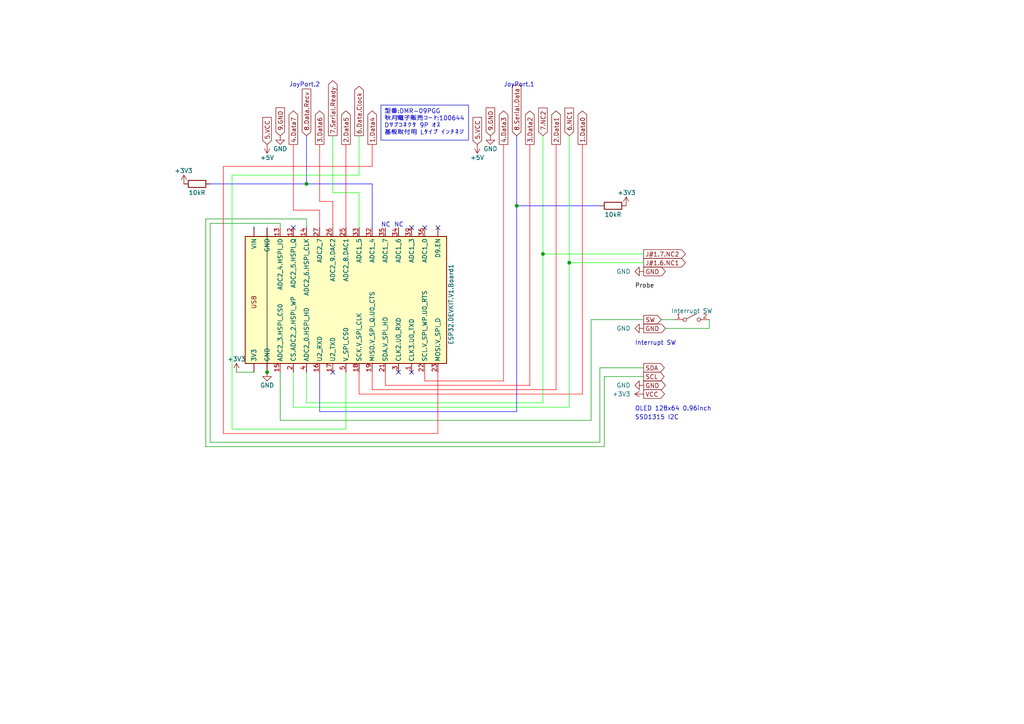
<source format=kicad_sch>
(kicad_sch (version 20230121) (generator eeschema)

  (uuid 588d20da-3f51-4807-a619-21fdfe47544f)

  (paper "A4")

  (lib_symbols
    (symbol "Device:R" (pin_numbers hide) (pin_names (offset 0)) (in_bom yes) (on_board yes)
      (property "Reference" "R" (at 2.032 0 90)
        (effects (font (size 1.27 1.27)))
      )
      (property "Value" "R" (at 0 0 90)
        (effects (font (size 1.27 1.27)))
      )
      (property "Footprint" "" (at -1.778 0 90)
        (effects (font (size 1.27 1.27)) hide)
      )
      (property "Datasheet" "~" (at 0 0 0)
        (effects (font (size 1.27 1.27)) hide)
      )
      (property "ki_keywords" "R res resistor" (at 0 0 0)
        (effects (font (size 1.27 1.27)) hide)
      )
      (property "ki_description" "Resistor" (at 0 0 0)
        (effects (font (size 1.27 1.27)) hide)
      )
      (property "ki_fp_filters" "R_*" (at 0 0 0)
        (effects (font (size 1.27 1.27)) hide)
      )
      (symbol "R_0_1"
        (rectangle (start -1.016 -2.54) (end 1.016 2.54)
          (stroke (width 0.254) (type default))
          (fill (type none))
        )
      )
      (symbol "R_1_1"
        (pin passive line (at 0 3.81 270) (length 1.27)
          (name "~" (effects (font (size 1.27 1.27))))
          (number "1" (effects (font (size 1.27 1.27))))
        )
        (pin passive line (at 0 -3.81 90) (length 1.27)
          (name "~" (effects (font (size 1.27 1.27))))
          (number "2" (effects (font (size 1.27 1.27))))
        )
      )
    )
    (symbol "ESP32_Dev.Board_1" (in_bom yes) (on_board yes)
      (property "Reference" "ESP32.DEVKIT.V1.Board1" (at 0.635 19.05 0)
        (effects (font (size 1.27 1.27)))
      )
      (property "Value" "~" (at -21.59 -38.1 0)
        (effects (font (size 1.27 1.27)))
      )
      (property "Footprint" "" (at -21.59 -38.1 0)
        (effects (font (size 1.27 1.27)) hide)
      )
      (property "Datasheet" "" (at -21.59 -38.1 0)
        (effects (font (size 1.27 1.27)) hide)
      )
      (symbol "ESP32_Dev.Board_1_1_0"
        (pin input line (at -21.59 11.43 0) (length 2.54)
          (name "ADC1_0" (effects (font (size 1.27 1.27))))
          (number "36" (effects (font (size 1.27 1.27))))
        )
      )
      (symbol "ESP32_Dev.Board_1_1_1"
        (rectangle (start -19.05 17.78) (end 17.78 -40.64)
          (stroke (width 0.254) (type default))
          (fill (type background))
        )
        (text "USB" (at 0 -38.1 0)
          (effects (font (size 1.27 1.27)))
        )
        (pin power_out line (at 20.32 -38.1 180) (length 2.54)
          (name "3V3" (effects (font (size 1.27 1.27))))
          (number "" (effects (font (size 1.27 1.27))))
        )
        (pin input line (at -21.59 15.24 0) (length 2.54)
          (name "D9.EN" (effects (font (size 1.27 1.27))))
          (number "" (effects (font (size 1.27 1.27))))
        )
        (pin power_out line (at -21.59 -34.29 0) (length 2.54)
          (name "GND" (effects (font (size 1.27 1.27))))
          (number "" (effects (font (size 1.27 1.27))))
        )
        (pin power_out line (at 20.32 -34.29 180) (length 2.54)
          (name "GND" (effects (font (size 1.27 1.27))))
          (number "" (effects (font (size 1.27 1.27))))
        )
        (pin power_in line (at -21.59 -38.1 0) (length 2.54)
          (name "VIN" (effects (font (size 1.27 1.27))))
          (number "" (effects (font (size 1.27 1.27))))
        )
        (pin bidirectional line (at 20.32 7.62 180) (length 2.54)
          (name "CLK3.U0_TXD" (effects (font (size 1.27 1.27))))
          (number "1" (effects (font (size 1.27 1.27))))
        )
        (pin bidirectional line (at -21.59 -26.67 0) (length 2.54)
          (name "ADC2_5.HSPI_Q" (effects (font (size 1.27 1.27))))
          (number "12" (effects (font (size 1.27 1.27))))
        )
        (pin bidirectional line (at -21.59 -30.48 0) (length 2.54)
          (name "ADC2_4.HSPI_ID" (effects (font (size 1.27 1.27))))
          (number "13" (effects (font (size 1.27 1.27))))
        )
        (pin bidirectional line (at -21.59 -22.86 0) (length 2.54)
          (name "ADC2_6.HSPI_CLK" (effects (font (size 1.27 1.27))))
          (number "14" (effects (font (size 1.27 1.27))))
        )
        (pin bidirectional line (at 20.32 -30.48 180) (length 2.54)
          (name "ADC2_3.HSPI_CS0" (effects (font (size 1.27 1.27))))
          (number "15" (effects (font (size 1.27 1.27))))
        )
        (pin bidirectional line (at 20.32 -19.05 180) (length 2.54)
          (name "U2_RXD" (effects (font (size 1.27 1.27))))
          (number "16" (effects (font (size 1.27 1.27))))
        )
        (pin bidirectional line (at 20.32 -15.24 180) (length 2.54)
          (name "U2_TXD" (effects (font (size 1.27 1.27))))
          (number "17" (effects (font (size 1.27 1.27))))
        )
        (pin bidirectional line (at 20.32 -7.62 180) (length 2.54)
          (name "SCK.V_SPI_CLK" (effects (font (size 1.27 1.27))))
          (number "18" (effects (font (size 1.27 1.27))))
        )
        (pin bidirectional line (at 20.32 -3.81 180) (length 2.54)
          (name "MISO.V_SPI_Q.U0_CTS" (effects (font (size 1.27 1.27))))
          (number "19" (effects (font (size 1.27 1.27))))
        )
        (pin bidirectional line (at 20.32 -26.67 180) (length 2.54)
          (name "CS.ADC2_2.HSPI_WP" (effects (font (size 1.27 1.27))))
          (number "2" (effects (font (size 1.27 1.27))))
        )
        (pin bidirectional line (at 20.32 0 180) (length 2.54)
          (name "SDA.V_SPI_HD" (effects (font (size 1.27 1.27))))
          (number "21" (effects (font (size 1.27 1.27))))
        )
        (pin bidirectional line (at 20.32 11.43 180) (length 2.54)
          (name "SCL.V_SPI_WP.U0_RTS" (effects (font (size 1.27 1.27))))
          (number "22" (effects (font (size 1.27 1.27))))
        )
        (pin bidirectional line (at 20.32 15.24 180) (length 2.54)
          (name "MOSI.V_SPI_D" (effects (font (size 1.27 1.27))))
          (number "23" (effects (font (size 1.27 1.27))))
        )
        (pin bidirectional line (at -21.59 -11.43 0) (length 2.54)
          (name "ADC2_8.DAC1" (effects (font (size 1.27 1.27))))
          (number "25" (effects (font (size 1.27 1.27))))
        )
        (pin bidirectional line (at -21.59 -15.24 0) (length 2.54)
          (name "ADC2_9.DAC2" (effects (font (size 1.27 1.27))))
          (number "26" (effects (font (size 1.27 1.27))))
        )
        (pin bidirectional line (at -21.59 -19.05 0) (length 2.54)
          (name "ADC2_7" (effects (font (size 1.27 1.27))))
          (number "27" (effects (font (size 1.27 1.27))))
        )
        (pin bidirectional line (at 20.32 3.81 180) (length 2.54)
          (name "CLK2.U0_RXD" (effects (font (size 1.27 1.27))))
          (number "3" (effects (font (size 1.27 1.27))))
        )
        (pin bidirectional line (at -21.59 -3.81 0) (length 2.54)
          (name "ADC1_4" (effects (font (size 1.27 1.27))))
          (number "32" (effects (font (size 1.27 1.27))))
        )
        (pin bidirectional line (at -21.59 -7.62 0) (length 2.54)
          (name "ADC1_5" (effects (font (size 1.27 1.27))))
          (number "33" (effects (font (size 1.27 1.27))))
        )
        (pin input line (at -21.59 3.81 0) (length 2.54)
          (name "ADC1_6" (effects (font (size 1.27 1.27))))
          (number "34" (effects (font (size 1.27 1.27))))
        )
        (pin input line (at -21.59 0 0) (length 2.54)
          (name "ADC1_7" (effects (font (size 1.27 1.27))))
          (number "35" (effects (font (size 1.27 1.27))))
        )
        (pin input line (at -21.59 7.62 0) (length 2.54)
          (name "ADC1_3" (effects (font (size 1.27 1.27))))
          (number "39" (effects (font (size 1.27 1.27))))
        )
        (pin bidirectional line (at 20.32 -22.86 180) (length 2.54)
          (name "ADC2_0.HSPI_HD" (effects (font (size 1.27 1.27))))
          (number "4" (effects (font (size 1.27 1.27))))
        )
        (pin bidirectional line (at 20.32 -11.43 180) (length 2.54)
          (name "V_SPI_CS0" (effects (font (size 1.27 1.27))))
          (number "5" (effects (font (size 1.27 1.27))))
        )
      )
    )
    (symbol "Switch:SW_DPST_x2" (pin_names (offset 0) hide) (in_bom yes) (on_board yes)
      (property "Reference" "SW" (at 0 3.175 0)
        (effects (font (size 1.27 1.27)))
      )
      (property "Value" "SW_DPST_x2" (at 0 -2.54 0)
        (effects (font (size 1.27 1.27)))
      )
      (property "Footprint" "" (at 0 0 0)
        (effects (font (size 1.27 1.27)) hide)
      )
      (property "Datasheet" "~" (at 0 0 0)
        (effects (font (size 1.27 1.27)) hide)
      )
      (property "ki_keywords" "switch lever" (at 0 0 0)
        (effects (font (size 1.27 1.27)) hide)
      )
      (property "ki_description" "Single Pole Single Throw (SPST) switch, separate symbol" (at 0 0 0)
        (effects (font (size 1.27 1.27)) hide)
      )
      (symbol "SW_DPST_x2_0_0"
        (circle (center -2.032 0) (radius 0.508)
          (stroke (width 0) (type default))
          (fill (type none))
        )
        (polyline
          (pts
            (xy -1.524 0.254)
            (xy 1.524 1.778)
          )
          (stroke (width 0) (type default))
          (fill (type none))
        )
        (circle (center 2.032 0) (radius 0.508)
          (stroke (width 0) (type default))
          (fill (type none))
        )
      )
      (symbol "SW_DPST_x2_1_1"
        (pin passive line (at -5.08 0 0) (length 2.54)
          (name "A" (effects (font (size 1.27 1.27))))
          (number "1" (effects (font (size 1.27 1.27))))
        )
        (pin passive line (at 5.08 0 180) (length 2.54)
          (name "B" (effects (font (size 1.27 1.27))))
          (number "2" (effects (font (size 1.27 1.27))))
        )
      )
      (symbol "SW_DPST_x2_2_1"
        (pin passive line (at -5.08 0 0) (length 2.54)
          (name "A" (effects (font (size 1.27 1.27))))
          (number "3" (effects (font (size 1.27 1.27))))
        )
        (pin passive line (at 5.08 0 180) (length 2.54)
          (name "B" (effects (font (size 1.27 1.27))))
          (number "4" (effects (font (size 1.27 1.27))))
        )
      )
    )
    (symbol "power:+3V3" (power) (pin_names (offset 0)) (in_bom yes) (on_board yes)
      (property "Reference" "#PWR" (at 0 -3.81 0)
        (effects (font (size 1.27 1.27)) hide)
      )
      (property "Value" "+3V3" (at 0 3.556 0)
        (effects (font (size 1.27 1.27)))
      )
      (property "Footprint" "" (at 0 0 0)
        (effects (font (size 1.27 1.27)) hide)
      )
      (property "Datasheet" "" (at 0 0 0)
        (effects (font (size 1.27 1.27)) hide)
      )
      (property "ki_keywords" "global power" (at 0 0 0)
        (effects (font (size 1.27 1.27)) hide)
      )
      (property "ki_description" "Power symbol creates a global label with name \"+3V3\"" (at 0 0 0)
        (effects (font (size 1.27 1.27)) hide)
      )
      (symbol "+3V3_0_1"
        (polyline
          (pts
            (xy -0.762 1.27)
            (xy 0 2.54)
          )
          (stroke (width 0) (type default))
          (fill (type none))
        )
        (polyline
          (pts
            (xy 0 0)
            (xy 0 2.54)
          )
          (stroke (width 0) (type default))
          (fill (type none))
        )
        (polyline
          (pts
            (xy 0 2.54)
            (xy 0.762 1.27)
          )
          (stroke (width 0) (type default))
          (fill (type none))
        )
      )
      (symbol "+3V3_1_1"
        (pin power_in line (at 0 0 90) (length 0) hide
          (name "+3V3" (effects (font (size 1.27 1.27))))
          (number "1" (effects (font (size 1.27 1.27))))
        )
      )
    )
    (symbol "power:+5V" (power) (pin_names (offset 0)) (in_bom yes) (on_board yes)
      (property "Reference" "#PWR" (at 0 -3.81 0)
        (effects (font (size 1.27 1.27)) hide)
      )
      (property "Value" "+5V" (at 0 3.556 0)
        (effects (font (size 1.27 1.27)))
      )
      (property "Footprint" "" (at 0 0 0)
        (effects (font (size 1.27 1.27)) hide)
      )
      (property "Datasheet" "" (at 0 0 0)
        (effects (font (size 1.27 1.27)) hide)
      )
      (property "ki_keywords" "global power" (at 0 0 0)
        (effects (font (size 1.27 1.27)) hide)
      )
      (property "ki_description" "Power symbol creates a global label with name \"+5V\"" (at 0 0 0)
        (effects (font (size 1.27 1.27)) hide)
      )
      (symbol "+5V_0_1"
        (polyline
          (pts
            (xy -0.762 1.27)
            (xy 0 2.54)
          )
          (stroke (width 0) (type default))
          (fill (type none))
        )
        (polyline
          (pts
            (xy 0 0)
            (xy 0 2.54)
          )
          (stroke (width 0) (type default))
          (fill (type none))
        )
        (polyline
          (pts
            (xy 0 2.54)
            (xy 0.762 1.27)
          )
          (stroke (width 0) (type default))
          (fill (type none))
        )
      )
      (symbol "+5V_1_1"
        (pin power_in line (at 0 0 90) (length 0) hide
          (name "+5V" (effects (font (size 1.27 1.27))))
          (number "1" (effects (font (size 1.27 1.27))))
        )
      )
    )
    (symbol "power:GND" (power) (pin_names (offset 0)) (in_bom yes) (on_board yes)
      (property "Reference" "#PWR" (at 0 -6.35 0)
        (effects (font (size 1.27 1.27)) hide)
      )
      (property "Value" "GND" (at 0 -3.81 0)
        (effects (font (size 1.27 1.27)))
      )
      (property "Footprint" "" (at 0 0 0)
        (effects (font (size 1.27 1.27)) hide)
      )
      (property "Datasheet" "" (at 0 0 0)
        (effects (font (size 1.27 1.27)) hide)
      )
      (property "ki_keywords" "global power" (at 0 0 0)
        (effects (font (size 1.27 1.27)) hide)
      )
      (property "ki_description" "Power symbol creates a global label with name \"GND\" , ground" (at 0 0 0)
        (effects (font (size 1.27 1.27)) hide)
      )
      (symbol "GND_0_1"
        (polyline
          (pts
            (xy 0 0)
            (xy 0 -1.27)
            (xy 1.27 -1.27)
            (xy 0 -2.54)
            (xy -1.27 -1.27)
            (xy 0 -1.27)
          )
          (stroke (width 0) (type default))
          (fill (type none))
        )
      )
      (symbol "GND_1_1"
        (pin power_in line (at 0 0 270) (length 0) hide
          (name "GND" (effects (font (size 1.27 1.27))))
          (number "1" (effects (font (size 1.27 1.27))))
        )
      )
    )
  )

  (junction (at 77.47 107.95) (diameter 0) (color 0 0 0 0)
    (uuid 14b41c99-de5a-4370-a312-1cca32f2ce1c)
  )
  (junction (at 165.1 76.2) (diameter 0) (color 0 0 0 0)
    (uuid 5e6a1020-3153-4d7c-9414-c0bc3dc87847)
  )
  (junction (at 88.9 53.34) (diameter 0) (color 0 0 0 0)
    (uuid 6307ded2-c8dc-43aa-98d0-5cd148418897)
  )
  (junction (at 149.86 59.69) (diameter 0) (color 0 0 0 0)
    (uuid ceab8347-bbf4-416e-ac89-f4f9afc4f293)
  )
  (junction (at 157.48 73.66) (diameter 0) (color 0 0 0 0)
    (uuid dc150b00-d7f2-45e1-8892-02082ee66188)
  )

  (no_connect (at 96.52 107.95) (uuid 27d7d193-35fd-472e-9329-9939d7f95ebc))
  (no_connect (at 85.09 66.04) (uuid 28b60688-d831-4f25-bf3f-3801c90dd382))
  (no_connect (at 119.38 66.04) (uuid 65a1ee36-8718-4258-bfb0-da548a2952e3))
  (no_connect (at 123.19 66.04) (uuid 99fb7722-f361-45b8-b5d1-b3b1d45dea79))
  (no_connect (at 119.38 107.95) (uuid 9c8854cb-bb17-4c97-8f08-2e112598ed3e))
  (no_connect (at 115.57 107.95) (uuid d7a91576-a975-4208-a1ef-6ef8b8cfbfd6))
  (no_connect (at 127 66.04) (uuid f27b1113-ce28-4939-bb25-d64fa300345b))

  (wire (pts (xy 64.77 125.73) (xy 127 125.73))
    (stroke (width 0) (type default) (color 255 0 0 1))
    (uuid 0230a939-55f0-4874-a103-979d09b3698b)
  )
  (wire (pts (xy 111.76 111.76) (xy 153.67 111.76))
    (stroke (width 0) (type default) (color 255 0 0 1))
    (uuid 046b2fa4-73a4-4469-97e1-443062ab65f0)
  )
  (wire (pts (xy 149.86 39.37) (xy 149.86 59.69))
    (stroke (width 0) (type default) (color 0 0 255 1))
    (uuid 06a2c770-b121-46cf-9099-6b74c69a7bbf)
  )
  (wire (pts (xy 96.52 58.42) (xy 96.52 66.04))
    (stroke (width 0) (type default) (color 255 0 0 1))
    (uuid 08a1e9da-ee97-45ca-9cdd-b3d6812ac5d2)
  )
  (wire (pts (xy 59.69 63.5) (xy 88.9 63.5))
    (stroke (width 0) (type default))
    (uuid 08d5a03f-26d3-47e3-9d02-7a8ba324d75e)
  )
  (wire (pts (xy 85.09 118.11) (xy 85.09 107.95))
    (stroke (width 0) (type default) (color 0 255 0 1))
    (uuid 0b15c2e9-5a79-4948-ad6b-41d40b573636)
  )
  (wire (pts (xy 88.9 63.5) (xy 88.9 66.04))
    (stroke (width 0) (type default))
    (uuid 0bd43d95-5a3a-4505-afab-b6b59df960e7)
  )
  (wire (pts (xy 100.33 124.46) (xy 100.33 107.95))
    (stroke (width 0) (type default) (color 0 255 0 1))
    (uuid 0c033aa3-85b5-4e96-af17-95084fd4e290)
  )
  (wire (pts (xy 104.14 114.3) (xy 168.91 114.3))
    (stroke (width 0) (type default) (color 255 0 0 1))
    (uuid 12c4eaed-bd00-4fde-a54e-2b87072ce738)
  )
  (wire (pts (xy 88.9 116.84) (xy 157.48 116.84))
    (stroke (width 0) (type default) (color 0 255 0 1))
    (uuid 1ba9375e-d2b8-4c88-9b67-17823407551c)
  )
  (wire (pts (xy 104.14 50.8) (xy 104.14 39.37))
    (stroke (width 0) (type default) (color 0 255 0 1))
    (uuid 1c5a5d8e-cce0-4cab-9447-bb53d9dab4b8)
  )
  (wire (pts (xy 149.86 119.38) (xy 92.71 119.38))
    (stroke (width 0) (type default) (color 0 0 255 1))
    (uuid 1e5fa66b-c9ba-4ea6-8d95-ddaf18e450c2)
  )
  (wire (pts (xy 165.1 39.37) (xy 165.1 76.2))
    (stroke (width 0) (type default) (color 0 255 0 1))
    (uuid 1ea2d28f-0fe5-440f-880f-5c2f3fe8186a)
  )
  (wire (pts (xy 64.77 48.26) (xy 64.77 125.73))
    (stroke (width 0) (type default) (color 255 0 0 1))
    (uuid 209adb0c-c976-45d3-af5d-207aa6403a4c)
  )
  (wire (pts (xy 165.1 118.11) (xy 85.09 118.11))
    (stroke (width 0) (type default) (color 0 255 0 1))
    (uuid 209f7deb-1226-49dd-80f1-032bf1f1889d)
  )
  (wire (pts (xy 157.48 73.66) (xy 157.48 116.84))
    (stroke (width 0) (type default) (color 0 255 0 1))
    (uuid 25883aab-043d-4b5c-b8e8-aa1dd8201d4b)
  )
  (wire (pts (xy 173.99 128.27) (xy 173.99 106.68))
    (stroke (width 0) (type default))
    (uuid 297143a3-dcb1-4177-9dbb-335e5175bc2b)
  )
  (wire (pts (xy 107.95 113.03) (xy 161.29 113.03))
    (stroke (width 0) (type default) (color 255 0 0 1))
    (uuid 29b15ea7-0049-4a83-99e6-e6b696f9c354)
  )
  (wire (pts (xy 81.28 107.95) (xy 81.28 121.92))
    (stroke (width 0) (type default))
    (uuid 3013be77-5b21-4061-835d-3987a06b0bbe)
  )
  (wire (pts (xy 149.86 59.69) (xy 173.99 59.69))
    (stroke (width 0) (type default) (color 0 0 255 1))
    (uuid 306c24df-2bbd-43d5-a5b7-2d1d72289378)
  )
  (wire (pts (xy 67.31 50.8) (xy 67.31 124.46))
    (stroke (width 0) (type default) (color 0 255 0 1))
    (uuid 41774a64-e073-425c-8a4b-67030c50f21c)
  )
  (wire (pts (xy 123.19 110.49) (xy 146.05 110.49))
    (stroke (width 0) (type default) (color 255 0 0 1))
    (uuid 452dfb33-8b8d-4476-8204-00597edf993a)
  )
  (wire (pts (xy 88.9 39.37) (xy 88.9 53.34))
    (stroke (width 0) (type default) (color 0 0 255 1))
    (uuid 47a58ec8-2111-4f94-99b5-63ffd1a8f1e8)
  )
  (wire (pts (xy 175.26 109.22) (xy 175.26 129.54))
    (stroke (width 0) (type default))
    (uuid 4b0f5bf7-c5c1-43c7-9143-fad4f97326d8)
  )
  (wire (pts (xy 67.31 50.8) (xy 104.14 50.8))
    (stroke (width 0) (type default) (color 0 255 0 1))
    (uuid 4f675156-2399-4315-8c0e-aeb7befb01f3)
  )
  (wire (pts (xy 96.52 39.37) (xy 96.52 55.88))
    (stroke (width 0) (type default) (color 0 255 0 1))
    (uuid 4fe95759-00a0-4952-ad90-1c9cc6a339d6)
  )
  (wire (pts (xy 107.95 113.03) (xy 107.95 107.95))
    (stroke (width 0) (type default) (color 255 0 0 1))
    (uuid 5131fee2-6ebd-4476-83cb-1dadd2030013)
  )
  (wire (pts (xy 186.69 109.22) (xy 175.26 109.22))
    (stroke (width 0) (type default))
    (uuid 55fb9181-e79f-4d43-b87b-befa89fafe4e)
  )
  (wire (pts (xy 127 125.73) (xy 127 107.95))
    (stroke (width 0) (type default) (color 255 0 0 1))
    (uuid 5a7469b5-e39e-4855-b877-cffc67c87010)
  )
  (wire (pts (xy 205.74 95.25) (xy 193.04 95.25))
    (stroke (width 0) (type default))
    (uuid 60ff59c4-4ee7-4271-af23-acf3c7a591d4)
  )
  (wire (pts (xy 123.19 110.49) (xy 123.19 107.95))
    (stroke (width 0) (type default) (color 255 0 0 1))
    (uuid 6173b8cc-231f-43a3-8404-f2567cb10761)
  )
  (wire (pts (xy 171.45 92.71) (xy 171.45 121.92))
    (stroke (width 0) (type default))
    (uuid 64b8a76f-ffdb-4ff1-9a19-4739376f8fd1)
  )
  (wire (pts (xy 60.96 64.77) (xy 60.96 128.27))
    (stroke (width 0) (type default))
    (uuid 67cbebb7-f971-4dd6-ab25-f68db249c29d)
  )
  (wire (pts (xy 85.09 60.96) (xy 85.09 41.91))
    (stroke (width 0) (type default) (color 255 0 0 1))
    (uuid 6c8786c0-e34b-4268-91d2-5533c6149412)
  )
  (wire (pts (xy 107.95 53.34) (xy 88.9 53.34))
    (stroke (width 0) (type default) (color 0 0 255 1))
    (uuid 6e392233-c24b-4bac-878f-032ddf4a671c)
  )
  (wire (pts (xy 77.47 66.04) (xy 77.47 107.95))
    (stroke (width 0) (type default) (color 0 0 0 1))
    (uuid 6e62a57a-91e5-4190-b1de-cc5e719db95d)
  )
  (wire (pts (xy 175.26 129.54) (xy 59.69 129.54))
    (stroke (width 0) (type default))
    (uuid 6e79c229-2fda-4a16-932b-62a71708c74e)
  )
  (wire (pts (xy 153.67 111.76) (xy 153.67 41.91))
    (stroke (width 0) (type default) (color 255 0 0 1))
    (uuid 6e9b73a5-3af5-4032-84e9-413f0d564fc3)
  )
  (wire (pts (xy 59.69 129.54) (xy 59.69 63.5))
    (stroke (width 0) (type default))
    (uuid 734fd4f3-1611-4028-9dee-a81be0e55781)
  )
  (wire (pts (xy 107.95 53.34) (xy 107.95 66.04))
    (stroke (width 0) (type default) (color 0 0 255 1))
    (uuid 74016af9-e4c9-455f-9b1b-bea1c07c64fc)
  )
  (wire (pts (xy 92.71 60.96) (xy 85.09 60.96))
    (stroke (width 0) (type default) (color 255 0 0 1))
    (uuid 7a0516db-42f3-450b-bd35-430460e70bd6)
  )
  (wire (pts (xy 88.9 116.84) (xy 88.9 107.95))
    (stroke (width 0) (type default) (color 0 255 0 1))
    (uuid 7eabefd7-461a-4026-998d-fb342bd7d24a)
  )
  (wire (pts (xy 92.71 60.96) (xy 92.71 66.04))
    (stroke (width 0) (type default) (color 255 0 0 1))
    (uuid 7eb52ca5-fd55-47a4-9011-cac29be7b677)
  )
  (wire (pts (xy 171.45 92.71) (xy 186.69 92.71))
    (stroke (width 0) (type default))
    (uuid 7f92a954-88a9-46a4-8e9c-963181ef2876)
  )
  (wire (pts (xy 205.74 92.71) (xy 205.74 95.25))
    (stroke (width 0) (type default))
    (uuid 89977605-a180-4440-9b02-195a7628bc5b)
  )
  (wire (pts (xy 146.05 110.49) (xy 146.05 41.91))
    (stroke (width 0) (type default) (color 255 0 0 1))
    (uuid 8b6d18a9-7100-49c2-9185-9834c3d3f5b8)
  )
  (wire (pts (xy 100.33 41.91) (xy 100.33 66.04))
    (stroke (width 0) (type default) (color 255 0 0 1))
    (uuid 91909cdf-dd58-4233-a5be-fdfaba07eff3)
  )
  (wire (pts (xy 157.48 39.37) (xy 157.48 73.66))
    (stroke (width 0) (type default) (color 0 255 0 1))
    (uuid 9202350e-7723-4f3d-92b5-f92eb6b3023f)
  )
  (wire (pts (xy 107.95 41.91) (xy 107.95 48.26))
    (stroke (width 0) (type default) (color 255 0 0 1))
    (uuid 96af02a0-14c7-4856-a149-3ba924d63c1c)
  )
  (wire (pts (xy 81.28 66.04) (xy 81.28 64.77))
    (stroke (width 0) (type default))
    (uuid 97c6c7e8-6468-44f8-94ad-c6b097315572)
  )
  (wire (pts (xy 104.14 114.3) (xy 104.14 107.95))
    (stroke (width 0) (type default) (color 255 0 0 1))
    (uuid 99b48ece-0744-413b-a093-7aec39e42095)
  )
  (wire (pts (xy 165.1 76.2) (xy 165.1 118.11))
    (stroke (width 0) (type default) (color 0 255 0 1))
    (uuid 9d9d5fde-3ebd-455e-8e8a-36b548840825)
  )
  (wire (pts (xy 64.77 48.26) (xy 107.95 48.26))
    (stroke (width 0) (type default) (color 255 0 0 1))
    (uuid 9ec6a431-296e-4ebf-ac4f-2fd607ecdfcd)
  )
  (wire (pts (xy 96.52 55.88) (xy 104.14 55.88))
    (stroke (width 0) (type default) (color 0 255 0 1))
    (uuid a904a2b9-6ac8-4605-8b9d-cc9b7c1bfec9)
  )
  (wire (pts (xy 67.31 124.46) (xy 100.33 124.46))
    (stroke (width 0) (type default) (color 0 255 0 1))
    (uuid a95b6869-f714-4761-afc7-a7ae739d5280)
  )
  (wire (pts (xy 60.96 128.27) (xy 173.99 128.27))
    (stroke (width 0) (type default))
    (uuid aa0d4433-c623-4a34-81cf-5d8f6301e6ca)
  )
  (wire (pts (xy 81.28 64.77) (xy 60.96 64.77))
    (stroke (width 0) (type default))
    (uuid b4aaa66e-6c14-4ca0-ab00-5cf45deab1f7)
  )
  (wire (pts (xy 149.86 59.69) (xy 149.86 119.38))
    (stroke (width 0) (type default) (color 0 0 255 1))
    (uuid bce2a751-f4b9-41fb-8136-283ef6c71ff4)
  )
  (wire (pts (xy 157.48 73.66) (xy 186.69 73.66))
    (stroke (width 0) (type default) (color 0 255 0 1))
    (uuid be0c7b7f-cdf3-4630-98d7-17b2df1fd38a)
  )
  (wire (pts (xy 81.28 121.92) (xy 171.45 121.92))
    (stroke (width 0) (type default))
    (uuid bfe56774-0d86-4767-9cca-ae7f15592220)
  )
  (wire (pts (xy 173.99 106.68) (xy 186.69 106.68))
    (stroke (width 0) (type default))
    (uuid c095f7e8-2998-4dc3-9527-7f6c062b1610)
  )
  (wire (pts (xy 168.91 114.3) (xy 168.91 41.91))
    (stroke (width 0) (type default) (color 255 0 0 1))
    (uuid c8d58af9-5438-462f-8240-82c1e134fce7)
  )
  (wire (pts (xy 165.1 76.2) (xy 186.69 76.2))
    (stroke (width 0) (type default) (color 0 255 0 1))
    (uuid d2af1688-2f47-4a65-ac84-4a8ecee335e4)
  )
  (wire (pts (xy 92.71 58.42) (xy 92.71 41.91))
    (stroke (width 0) (type default) (color 255 0 0 1))
    (uuid d2b9d062-086f-4894-974e-2cb925cbccfd)
  )
  (wire (pts (xy 60.96 53.34) (xy 88.9 53.34))
    (stroke (width 0) (type default) (color 0 0 255 1))
    (uuid d5e8a2c1-a657-474d-8ad0-028cfbbc472a)
  )
  (wire (pts (xy 161.29 113.03) (xy 161.29 41.91))
    (stroke (width 0) (type default) (color 255 0 0 1))
    (uuid d768edfa-708b-4608-aa17-a98f4a8c199b)
  )
  (wire (pts (xy 191.77 92.71) (xy 195.58 92.71))
    (stroke (width 0) (type default))
    (uuid e29a2744-bf64-4545-ae82-112c4ef78c6e)
  )
  (wire (pts (xy 104.14 55.88) (xy 104.14 66.04))
    (stroke (width 0) (type default) (color 0 255 0 1))
    (uuid e43e1195-6305-407f-818d-924a4b1bb4c6)
  )
  (wire (pts (xy 96.52 58.42) (xy 92.71 58.42))
    (stroke (width 0) (type default) (color 255 0 0 1))
    (uuid e9f4fd7b-b9fb-4af7-8193-a0f69efa33de)
  )
  (wire (pts (xy 92.71 119.38) (xy 92.71 107.95))
    (stroke (width 0) (type default) (color 0 0 255 1))
    (uuid ed8145bc-a256-450a-b4dd-b2fd238ac2db)
  )
  (wire (pts (xy 111.76 111.76) (xy 111.76 107.95))
    (stroke (width 0) (type default) (color 255 0 0 1))
    (uuid f2f47b78-4a45-486d-9b82-3c3ae300f0f5)
  )
  (wire (pts (xy 68.58 107.95) (xy 73.66 107.95))
    (stroke (width 0) (type default))
    (uuid f4537b22-d797-4ab0-bfb2-47962565da5d)
  )

  (text_box "型番:DMR-09PGG\n秋月電子販売コード:100644\nDサブコネクタ 9P オス 基板取付用 Lタイプ インチネジ\n"
    (at 110.49 30.48 0) (size 25.4 10.16)
    (stroke (width 0) (type default))
    (fill (type none))
    (effects (font (size 1.27 1.27)) (justify left top))
    (uuid 2b176948-a99e-437d-bbbf-47b672f1e157)
  )

  (text "SSD1315 I2C" (at 184.15 121.92 0)
    (effects (font (size 1.27 1.27)) (justify left bottom))
    (uuid 0fd3f978-5fc8-42a0-a2f2-27b0911cbbb7)
  )
  (text "JoyPort.1" (at 146.05 25.4 0)
    (effects (font (size 1.27 1.27)) (justify left bottom))
    (uuid 5a33aab7-fce3-4978-80ba-e7a6ca83c4d9)
  )
  (text "OLED 128x64 0.96inch" (at 184.15 119.38 0)
    (effects (font (size 1.27 1.27)) (justify left bottom))
    (uuid 5bc02729-862f-4ed7-bad9-003d48a266ed)
  )
  (text "Interrupt SW" (at 184.15 100.33 0)
    (effects (font (size 1.27 1.27)) (justify left bottom))
    (uuid 6cf83a46-473d-48c9-bf51-9ff684a4e665)
  )
  (text "NC" (at 114.3 66.04 0)
    (effects (font (size 1.27 1.27)) (justify left bottom))
    (uuid 885345bb-86ce-42c9-b990-536047b65cb6)
  )
  (text "JoyPort.2" (at 83.82 25.4 0)
    (effects (font (size 1.27 1.27)) (justify left bottom))
    (uuid e4c145c8-2174-4764-9bde-8ba24abd7a2e)
  )
  (text "NC" (at 110.49 66.04 0)
    (effects (font (size 1.27 1.27)) (justify left bottom))
    (uuid e51f2c57-2150-45f2-9a6d-f47146e92c79)
  )

  (label "Probe" (at 184.15 83.82 0) (fields_autoplaced)
    (effects (font (size 1.27 1.27)) (justify left bottom))
    (uuid a4eaf9e6-52c1-4a02-bfb7-527b5279943c)
  )

  (global_label "GND" (shape output) (at 186.69 95.25 0) (fields_autoplaced)
    (effects (font (size 1.27 1.27)) (justify left))
    (uuid 1246fc0c-b716-462e-b965-80431cc04771)
    (property "Intersheetrefs" "${INTERSHEET_REFS}" (at 193.5457 95.25 0)
      (effects (font (size 1.27 1.27)) (justify left) hide)
    )
  )
  (global_label "4.Data7" (shape output) (at 85.09 41.91 90) (fields_autoplaced)
    (effects (font (size 1.27 1.27)) (justify left))
    (uuid 170ffd81-c395-476f-8079-7f2cbc2e6941)
    (property "Intersheetrefs" "${INTERSHEET_REFS}" (at 85.09 31.6073 90)
      (effects (font (size 1.27 1.27)) (justify left) hide)
    )
  )
  (global_label "4.Data3" (shape output) (at 146.05 41.91 90) (fields_autoplaced)
    (effects (font (size 1.27 1.27)) (justify left))
    (uuid 2069d6a4-abaf-4788-91bf-aaede16fd47e)
    (property "Intersheetrefs" "${INTERSHEET_REFS}" (at 146.05 31.6073 90)
      (effects (font (size 1.27 1.27)) (justify left) hide)
    )
  )
  (global_label "5.VCC" (shape input) (at 138.43 41.91 90) (fields_autoplaced)
    (effects (font (size 1.27 1.27)) (justify left))
    (uuid 21496ba8-05d8-4d44-975c-dd2cf4ac9620)
    (property "Intersheetrefs" "${INTERSHEET_REFS}" (at 138.43 33.4819 90)
      (effects (font (size 1.27 1.27)) (justify left) hide)
    )
  )
  (global_label "7.Serial.Ready" (shape output) (at 96.52 39.37 90) (fields_autoplaced)
    (effects (font (size 1.27 1.27)) (justify left))
    (uuid 24a772d0-a8d0-4f21-adc0-7e65faa6e1f3)
    (property "Intersheetrefs" "${INTERSHEET_REFS}" (at 96.52 22.8382 90)
      (effects (font (size 1.27 1.27)) (justify left) hide)
    )
  )
  (global_label "1.Data0" (shape output) (at 168.91 41.91 90) (fields_autoplaced)
    (effects (font (size 1.27 1.27)) (justify left))
    (uuid 3024d135-8db6-4024-a297-f5a7f09f6a21)
    (property "Intersheetrefs" "${INTERSHEET_REFS}" (at 168.91 31.6073 90)
      (effects (font (size 1.27 1.27)) (justify left) hide)
    )
  )
  (global_label "J#1.6.NC1" (shape output) (at 186.69 76.2 0) (fields_autoplaced)
    (effects (font (size 1.27 1.27)) (justify left))
    (uuid 35772c8d-ee7c-4725-b393-ad5f93c84096)
    (property "Intersheetrefs" "${INTERSHEET_REFS}" (at 199.3514 76.2 0)
      (effects (font (size 1.27 1.27)) (justify left) hide)
    )
  )
  (global_label "SW" (shape output) (at 186.69 92.71 0) (fields_autoplaced)
    (effects (font (size 1.27 1.27)) (justify left))
    (uuid 38f0cf37-895c-45fb-824a-d6e753d4c5b3)
    (property "Intersheetrefs" "${INTERSHEET_REFS}" (at 192.3361 92.71 0)
      (effects (font (size 1.27 1.27)) (justify left) hide)
    )
  )
  (global_label "3.Data2" (shape output) (at 153.67 41.91 90) (fields_autoplaced)
    (effects (font (size 1.27 1.27)) (justify left))
    (uuid 5131a145-9c87-4389-84de-46b1d5c4973a)
    (property "Intersheetrefs" "${INTERSHEET_REFS}" (at 153.67 31.6073 90)
      (effects (font (size 1.27 1.27)) (justify left) hide)
    )
  )
  (global_label "6.Data.Clock" (shape output) (at 104.14 39.37 90) (fields_autoplaced)
    (effects (font (size 1.27 1.27)) (justify left))
    (uuid 52dc31ac-e110-4d37-81d2-5e3f7e29371a)
    (property "Intersheetrefs" "${INTERSHEET_REFS}" (at 104.14 24.4711 90)
      (effects (font (size 1.27 1.27)) (justify left) hide)
    )
  )
  (global_label "5.VCC" (shape input) (at 77.47 41.91 90) (fields_autoplaced)
    (effects (font (size 1.27 1.27)) (justify left))
    (uuid 6a06bedb-879e-48ba-8ccd-4924ab05c69d)
    (property "Intersheetrefs" "${INTERSHEET_REFS}" (at 77.47 33.4819 90)
      (effects (font (size 1.27 1.27)) (justify left) hide)
    )
  )
  (global_label "6.NC1" (shape input) (at 165.1 39.37 90) (fields_autoplaced)
    (effects (font (size 1.27 1.27)) (justify left))
    (uuid 799978f1-c7fa-4829-b84e-d1277c2667ec)
    (property "Intersheetrefs" "${INTERSHEET_REFS}" (at 165.1 30.7605 90)
      (effects (font (size 1.27 1.27)) (justify left) hide)
    )
  )
  (global_label "VCC" (shape output) (at 186.69 114.3 0) (fields_autoplaced)
    (effects (font (size 1.27 1.27)) (justify left))
    (uuid 7dc05936-c308-4dee-99e3-61577cfe8622)
    (property "Intersheetrefs" "${INTERSHEET_REFS}" (at 193.3038 114.3 0)
      (effects (font (size 1.27 1.27)) (justify left) hide)
    )
  )
  (global_label "J#1.7.NC2" (shape output) (at 186.69 73.66 0) (fields_autoplaced)
    (effects (font (size 1.27 1.27)) (justify left))
    (uuid 84a62df5-ed35-4aad-87e8-456ff82bbfbe)
    (property "Intersheetrefs" "${INTERSHEET_REFS}" (at 199.3514 73.66 0)
      (effects (font (size 1.27 1.27)) (justify left) hide)
    )
  )
  (global_label "SCL" (shape output) (at 186.69 109.22 0) (fields_autoplaced)
    (effects (font (size 1.27 1.27)) (justify left))
    (uuid 8f1903f3-4135-474b-98f4-6e57d21c47a5)
    (property "Intersheetrefs" "${INTERSHEET_REFS}" (at 193.1828 109.22 0)
      (effects (font (size 1.27 1.27)) (justify left) hide)
    )
  )
  (global_label "8.Data.Recv" (shape input) (at 88.9 39.37 90) (fields_autoplaced)
    (effects (font (size 1.27 1.27)) (justify left))
    (uuid 909e15ea-dd61-4925-845d-305154eed746)
    (property "Intersheetrefs" "${INTERSHEET_REFS}" (at 88.9 25.2572 90)
      (effects (font (size 1.27 1.27)) (justify left) hide)
    )
  )
  (global_label "8.Serial.Data" (shape input) (at 149.86 39.37 90) (fields_autoplaced)
    (effects (font (size 1.27 1.27)) (justify left))
    (uuid 92302dfd-543b-4a74-8a43-4d7ee2a5e4a4)
    (property "Intersheetrefs" "${INTERSHEET_REFS}" (at 149.86 24.1687 90)
      (effects (font (size 1.27 1.27)) (justify left) hide)
    )
  )
  (global_label "GND" (shape output) (at 186.69 111.76 0) (fields_autoplaced)
    (effects (font (size 1.27 1.27)) (justify left))
    (uuid 9b3d9ec0-1078-40ed-ac52-cca61cee048c)
    (property "Intersheetrefs" "${INTERSHEET_REFS}" (at 193.5457 111.76 0)
      (effects (font (size 1.27 1.27)) (justify left) hide)
    )
  )
  (global_label "7.NC2" (shape input) (at 157.48 39.37 90) (fields_autoplaced)
    (effects (font (size 1.27 1.27)) (justify left))
    (uuid a0aa1869-f79b-40f4-bcfd-22ad636bd88c)
    (property "Intersheetrefs" "${INTERSHEET_REFS}" (at 157.48 30.7605 90)
      (effects (font (size 1.27 1.27)) (justify left) hide)
    )
  )
  (global_label "9.GND" (shape input) (at 81.28 39.37 90) (fields_autoplaced)
    (effects (font (size 1.27 1.27)) (justify left))
    (uuid a685169c-aebb-4931-8c18-95a3eb804702)
    (property "Intersheetrefs" "${INTERSHEET_REFS}" (at 81.28 30.7 90)
      (effects (font (size 1.27 1.27)) (justify left) hide)
    )
  )
  (global_label "3.Data6" (shape output) (at 92.71 41.91 90) (fields_autoplaced)
    (effects (font (size 1.27 1.27)) (justify left))
    (uuid b9006f3a-c3c2-46f6-bbe1-2af4bd5997fe)
    (property "Intersheetrefs" "${INTERSHEET_REFS}" (at 92.71 31.6073 90)
      (effects (font (size 1.27 1.27)) (justify left) hide)
    )
  )
  (global_label "GND" (shape output) (at 186.69 78.74 0) (fields_autoplaced)
    (effects (font (size 1.27 1.27)) (justify left))
    (uuid cb79263c-e154-41eb-89f2-b93aed8b8211)
    (property "Intersheetrefs" "${INTERSHEET_REFS}" (at 193.5457 78.74 0)
      (effects (font (size 1.27 1.27)) (justify left) hide)
    )
  )
  (global_label "9.GND" (shape input) (at 142.24 39.37 90) (fields_autoplaced)
    (effects (font (size 1.27 1.27)) (justify left))
    (uuid d998cee8-73f5-44e6-8643-ffd94a8896e3)
    (property "Intersheetrefs" "${INTERSHEET_REFS}" (at 142.24 30.7 90)
      (effects (font (size 1.27 1.27)) (justify left) hide)
    )
  )
  (global_label "SDA" (shape output) (at 186.69 106.68 0) (fields_autoplaced)
    (effects (font (size 1.27 1.27)) (justify left))
    (uuid e067c04e-bd91-46c9-bd64-6c0615c2a529)
    (property "Intersheetrefs" "${INTERSHEET_REFS}" (at 193.2433 106.68 0)
      (effects (font (size 1.27 1.27)) (justify left) hide)
    )
  )
  (global_label "2.Data5" (shape output) (at 100.33 41.91 90) (fields_autoplaced)
    (effects (font (size 1.27 1.27)) (justify left))
    (uuid eedf0f50-303d-44d2-ba5c-fd26ce169184)
    (property "Intersheetrefs" "${INTERSHEET_REFS}" (at 100.33 31.6073 90)
      (effects (font (size 1.27 1.27)) (justify left) hide)
    )
  )
  (global_label "1.Data4" (shape output) (at 107.95 41.91 90) (fields_autoplaced)
    (effects (font (size 1.27 1.27)) (justify left))
    (uuid efa868c6-d279-4e5a-978f-dd2ae1fb2f34)
    (property "Intersheetrefs" "${INTERSHEET_REFS}" (at 107.95 31.6073 90)
      (effects (font (size 1.27 1.27)) (justify left) hide)
    )
  )
  (global_label "2.Data1" (shape output) (at 161.29 41.91 90) (fields_autoplaced)
    (effects (font (size 1.27 1.27)) (justify left))
    (uuid f4fa22e5-999b-46b4-b7fa-7d0bfe597e4a)
    (property "Intersheetrefs" "${INTERSHEET_REFS}" (at 161.29 31.6073 90)
      (effects (font (size 1.27 1.27)) (justify left) hide)
    )
  )

  (symbol (lib_id "Device:R") (at 57.15 53.34 90) (unit 1)
    (in_bom yes) (on_board yes) (dnp no)
    (uuid 06c4ed6c-f635-4afd-8e2f-254ac8a0faad)
    (property "Reference" "R3" (at 57.15 59.69 90)
      (effects (font (size 1.27 1.27)) hide)
    )
    (property "Value" "10kR" (at 57.15 55.88 90)
      (effects (font (size 1.27 1.27)))
    )
    (property "Footprint" "" (at 57.15 55.118 90)
      (effects (font (size 1.27 1.27)) hide)
    )
    (property "Datasheet" "~" (at 57.15 53.34 0)
      (effects (font (size 1.27 1.27)) hide)
    )
    (pin "1" (uuid 9784650e-97a6-4212-b838-773b6bd55201))
    (pin "2" (uuid 4e3a610c-778e-425d-9f02-706485c446ce))
    (instances
      (project "_MainUnit"
        (path "/588d20da-3f51-4807-a619-21fdfe47544f"
          (reference "R3") (unit 1)
        )
      )
    )
  )

  (symbol (lib_id "power:+5V") (at 77.47 41.91 0) (mirror x) (unit 1)
    (in_bom yes) (on_board yes) (dnp no)
    (uuid 21153129-38c5-427e-83e6-e7dca6b9fc11)
    (property "Reference" "#PWR09" (at 77.47 38.1 0)
      (effects (font (size 1.27 1.27)) hide)
    )
    (property "Value" "+5V" (at 77.47 45.72 0)
      (effects (font (size 1.27 1.27)))
    )
    (property "Footprint" "" (at 77.47 41.91 0)
      (effects (font (size 1.27 1.27)) hide)
    )
    (property "Datasheet" "" (at 77.47 41.91 0)
      (effects (font (size 1.27 1.27)) hide)
    )
    (pin "1" (uuid 69eb548b-fdff-4f6a-be36-9f56f59a9c01))
    (instances
      (project "_MainUnit"
        (path "/588d20da-3f51-4807-a619-21fdfe47544f"
          (reference "#PWR09") (unit 1)
        )
      )
    )
  )

  (symbol (lib_id "power:+3V3") (at 186.69 114.3 90) (unit 1)
    (in_bom yes) (on_board yes) (dnp no) (fields_autoplaced)
    (uuid 25c7d331-6228-4ec9-9a7f-f9066e152fd9)
    (property "Reference" "#PWR010" (at 190.5 114.3 0)
      (effects (font (size 1.27 1.27)) hide)
    )
    (property "Value" "+3V3" (at 182.88 114.3 90)
      (effects (font (size 1.27 1.27)) (justify left))
    )
    (property "Footprint" "" (at 186.69 114.3 0)
      (effects (font (size 1.27 1.27)) hide)
    )
    (property "Datasheet" "" (at 186.69 114.3 0)
      (effects (font (size 1.27 1.27)) hide)
    )
    (pin "1" (uuid 033e546b-1232-4ce7-bdd1-2c0ef7ecb762))
    (instances
      (project "_MainUnit"
        (path "/588d20da-3f51-4807-a619-21fdfe47544f"
          (reference "#PWR010") (unit 1)
        )
      )
    )
  )

  (symbol (lib_id "power:+3V3") (at 53.34 53.34 0) (mirror y) (unit 1)
    (in_bom yes) (on_board yes) (dnp no)
    (uuid 28bf215d-3dfd-4d57-b042-d49c936d11d5)
    (property "Reference" "#PWR03" (at 53.34 57.15 0)
      (effects (font (size 1.27 1.27)) hide)
    )
    (property "Value" "+3V3" (at 55.88 49.53 0)
      (effects (font (size 1.27 1.27)) (justify left))
    )
    (property "Footprint" "" (at 53.34 53.34 0)
      (effects (font (size 1.27 1.27)) hide)
    )
    (property "Datasheet" "" (at 53.34 53.34 0)
      (effects (font (size 1.27 1.27)) hide)
    )
    (pin "1" (uuid ba2a43a5-bb4d-4579-9680-5c5c1df69440))
    (instances
      (project "_MainUnit"
        (path "/588d20da-3f51-4807-a619-21fdfe47544f"
          (reference "#PWR03") (unit 1)
        )
      )
    )
  )

  (symbol (lib_id "power:GND") (at 77.47 107.95 0) (unit 1)
    (in_bom yes) (on_board yes) (dnp no)
    (uuid 28cf9081-6601-4d52-8226-efe104320465)
    (property "Reference" "#PWR012" (at 77.47 114.3 0)
      (effects (font (size 1.27 1.27)) hide)
    )
    (property "Value" "GND" (at 77.47 111.76 0)
      (effects (font (size 1.27 1.27)))
    )
    (property "Footprint" "" (at 77.47 107.95 0)
      (effects (font (size 1.27 1.27)) hide)
    )
    (property "Datasheet" "" (at 77.47 107.95 0)
      (effects (font (size 1.27 1.27)) hide)
    )
    (pin "1" (uuid 9ef0af85-e60e-4f61-a326-0b0b88ad6ca3))
    (instances
      (project "_MainUnit"
        (path "/588d20da-3f51-4807-a619-21fdfe47544f"
          (reference "#PWR012") (unit 1)
        )
      )
    )
  )

  (symbol (lib_id "power:+3V3") (at 181.61 59.69 0) (unit 1)
    (in_bom yes) (on_board yes) (dnp no)
    (uuid 6e7085de-4112-431c-9670-63c3bfa59eb7)
    (property "Reference" "#PWR05" (at 181.61 63.5 0)
      (effects (font (size 1.27 1.27)) hide)
    )
    (property "Value" "+3V3" (at 179.07 55.88 0)
      (effects (font (size 1.27 1.27)) (justify left))
    )
    (property "Footprint" "" (at 181.61 59.69 0)
      (effects (font (size 1.27 1.27)) hide)
    )
    (property "Datasheet" "" (at 181.61 59.69 0)
      (effects (font (size 1.27 1.27)) hide)
    )
    (pin "1" (uuid 730b9b07-6b27-4930-b7eb-1bde84642e21))
    (instances
      (project "_MainUnit"
        (path "/588d20da-3f51-4807-a619-21fdfe47544f"
          (reference "#PWR05") (unit 1)
        )
      )
    )
  )

  (symbol (lib_id "power:GND") (at 142.24 39.37 0) (unit 1)
    (in_bom yes) (on_board yes) (dnp no)
    (uuid 71d109b2-b121-4b3f-99bd-f47390405354)
    (property "Reference" "#PWR015" (at 142.24 45.72 0)
      (effects (font (size 1.27 1.27)) hide)
    )
    (property "Value" "GND" (at 142.24 43.18 0)
      (effects (font (size 1.27 1.27)))
    )
    (property "Footprint" "" (at 142.24 39.37 0)
      (effects (font (size 1.27 1.27)) hide)
    )
    (property "Datasheet" "" (at 142.24 39.37 0)
      (effects (font (size 1.27 1.27)) hide)
    )
    (pin "1" (uuid 2b0fc9f4-957a-46a2-a704-377dfd85d74a))
    (instances
      (project "_MainUnit"
        (path "/588d20da-3f51-4807-a619-21fdfe47544f"
          (reference "#PWR015") (unit 1)
        )
      )
    )
  )

  (symbol (lib_id "Device:R") (at 177.8 59.69 270) (mirror x) (unit 1)
    (in_bom yes) (on_board yes) (dnp no)
    (uuid 85f9cbe7-31ea-47e8-8fd7-de0f520b37fd)
    (property "Reference" "R2" (at 177.8 66.04 90)
      (effects (font (size 1.27 1.27)) hide)
    )
    (property "Value" "10kR" (at 177.8 62.23 90)
      (effects (font (size 1.27 1.27)))
    )
    (property "Footprint" "" (at 177.8 61.468 90)
      (effects (font (size 1.27 1.27)) hide)
    )
    (property "Datasheet" "~" (at 177.8 59.69 0)
      (effects (font (size 1.27 1.27)) hide)
    )
    (pin "1" (uuid f6401e34-7db0-4a38-b060-87c200efe0e2))
    (pin "2" (uuid 124fb19a-46f7-4ed5-8f61-34c429c4da83))
    (instances
      (project "_MainUnit"
        (path "/588d20da-3f51-4807-a619-21fdfe47544f"
          (reference "R2") (unit 1)
        )
      )
    )
  )

  (symbol (lib_id "power:+3V3") (at 68.58 107.95 0) (unit 1)
    (in_bom yes) (on_board yes) (dnp no)
    (uuid 936570a2-2e23-4ac7-9159-d8bde70a2b41)
    (property "Reference" "#PWR011" (at 68.58 111.76 0)
      (effects (font (size 1.27 1.27)) hide)
    )
    (property "Value" "+3V3" (at 68.58 104.14 0)
      (effects (font (size 1.27 1.27)))
    )
    (property "Footprint" "" (at 68.58 107.95 0)
      (effects (font (size 1.27 1.27)) hide)
    )
    (property "Datasheet" "" (at 68.58 107.95 0)
      (effects (font (size 1.27 1.27)) hide)
    )
    (pin "1" (uuid c06af4a1-e9ab-4600-8d40-7ae6e640977a))
    (instances
      (project "_MainUnit"
        (path "/588d20da-3f51-4807-a619-21fdfe47544f"
          (reference "#PWR011") (unit 1)
        )
      )
    )
  )

  (symbol (lib_name "ESP32_Dev.Board_1") (lib_id "LocalSyms:ESP32_Dev.Board") (at 111.76 87.63 270) (unit 1)
    (in_bom yes) (on_board yes) (dnp no)
    (uuid 9a7839b8-5b4f-446f-8066-03cb3916c624)
    (property "Reference" "ESP32.DEVKIT.V1.Board1" (at 130.81 88.265 0)
      (effects (font (size 1.27 1.27)))
    )
    (property "Value" "~" (at 73.66 66.04 0)
      (effects (font (size 1.27 1.27)))
    )
    (property "Footprint" "" (at 73.66 66.04 0)
      (effects (font (size 1.27 1.27)) hide)
    )
    (property "Datasheet" "" (at 73.66 66.04 0)
      (effects (font (size 1.27 1.27)) hide)
    )
    (pin "34" (uuid 2d57d3da-0be9-44a5-9501-1d53966e5a0c))
    (pin "16" (uuid 577c1921-8d16-4dae-acdc-8517beafb196))
    (pin "2" (uuid 83a8d3e2-519d-4d92-a137-5dc608f217b6))
    (pin "5" (uuid 9c23c8d4-55f2-482d-ba23-660452470f63))
    (pin "22" (uuid 5f83d413-31da-4988-94e8-779a44498a39))
    (pin "" (uuid ea8b687f-098e-4270-ba2f-a1760fd904cf))
    (pin "17" (uuid 51ab8000-1786-41f8-bed7-3c5408140b51))
    (pin "36" (uuid 76490313-a84c-47e9-aabe-6cc3f85197cb))
    (pin "26" (uuid af9d3f0d-45e2-42cc-8fb4-0f9b259b6258))
    (pin "4" (uuid 97aa13ef-c1d1-4ff1-92f7-d5f712145651))
    (pin "" (uuid 0eaa56d0-1401-4b73-ba94-e8943732a063))
    (pin "" (uuid 8686c814-6cee-45c0-a1e3-c65fddaa9c42))
    (pin "18" (uuid 79ed738b-8c9e-476a-944d-98fd95cc75b7))
    (pin "13" (uuid 273163d1-4843-43bd-a9c4-207b1352c5bb))
    (pin "" (uuid 9de50513-3e4a-4e88-ba9e-6571ecf673cc))
    (pin "21" (uuid fb094cf9-3eb6-4db3-a091-60160c497ce4))
    (pin "25" (uuid a40c801c-0d8e-4e98-86f5-d6be2d31129f))
    (pin "33" (uuid c207f4c1-2050-4f3e-914a-3658dfec4b5f))
    (pin "1" (uuid 6164b1d7-a972-4860-81fb-670b0f95734a))
    (pin "35" (uuid a360f99b-64eb-4adc-a91c-9de2ca2b9a2a))
    (pin "19" (uuid 80fc705c-971a-4701-b6b1-6740d01a26e7))
    (pin "12" (uuid f4e19fd7-b3ac-4735-9151-14c0bb10c549))
    (pin "23" (uuid 0ac07e46-bf61-44dc-8e34-ffe917b41bd6))
    (pin "3" (uuid 5a6af896-6c17-4f7c-a52b-520d356da92d))
    (pin "27" (uuid 8e2cddbd-737c-4028-a725-8ff9b44b267e))
    (pin "39" (uuid 94157e10-f260-4db0-bb86-7631ec561a1d))
    (pin "15" (uuid f299078f-7eb4-4569-a7c5-b7e1c30d103e))
    (pin "" (uuid 31605dd4-e6b4-4e52-994c-4df618c585ab))
    (pin "32" (uuid 87c49191-0bbe-4474-9065-ab4814e9376d))
    (pin "14" (uuid 5a6d2df8-a8b0-4da5-980f-96d0d77ceef5))
    (instances
      (project "_MainUnit"
        (path "/588d20da-3f51-4807-a619-21fdfe47544f"
          (reference "ESP32.DEVKIT.V1.Board1") (unit 1)
        )
      )
    )
  )

  (symbol (lib_id "power:GND") (at 81.28 39.37 0) (unit 1)
    (in_bom yes) (on_board yes) (dnp no)
    (uuid a4396de5-7b37-4d08-ac8a-7b2ab439faa1)
    (property "Reference" "#PWR07" (at 81.28 45.72 0)
      (effects (font (size 1.27 1.27)) hide)
    )
    (property "Value" "GND" (at 81.28 43.18 0)
      (effects (font (size 1.27 1.27)))
    )
    (property "Footprint" "" (at 81.28 39.37 0)
      (effects (font (size 1.27 1.27)) hide)
    )
    (property "Datasheet" "" (at 81.28 39.37 0)
      (effects (font (size 1.27 1.27)) hide)
    )
    (pin "1" (uuid 49b0abf6-375c-4155-b986-2c5cc6330d10))
    (instances
      (project "_MainUnit"
        (path "/588d20da-3f51-4807-a619-21fdfe47544f"
          (reference "#PWR07") (unit 1)
        )
      )
    )
  )

  (symbol (lib_id "power:GND") (at 186.69 111.76 270) (unit 1)
    (in_bom yes) (on_board yes) (dnp no) (fields_autoplaced)
    (uuid b6c8bbde-90c4-4dd8-9ec0-42ce457ab111)
    (property "Reference" "#PWR014" (at 180.34 111.76 0)
      (effects (font (size 1.27 1.27)) hide)
    )
    (property "Value" "GND" (at 182.88 111.76 90)
      (effects (font (size 1.27 1.27)) (justify right))
    )
    (property "Footprint" "" (at 186.69 111.76 0)
      (effects (font (size 1.27 1.27)) hide)
    )
    (property "Datasheet" "" (at 186.69 111.76 0)
      (effects (font (size 1.27 1.27)) hide)
    )
    (pin "1" (uuid d166a492-4242-433e-aba2-1e99854538c6))
    (instances
      (project "_MainUnit"
        (path "/588d20da-3f51-4807-a619-21fdfe47544f"
          (reference "#PWR014") (unit 1)
        )
      )
    )
  )

  (symbol (lib_id "power:+5V") (at 138.43 41.91 0) (mirror x) (unit 1)
    (in_bom yes) (on_board yes) (dnp no)
    (uuid ca77dca2-0768-47cd-8b54-bd3fb4a6c129)
    (property "Reference" "#PWR016" (at 138.43 38.1 0)
      (effects (font (size 1.27 1.27)) hide)
    )
    (property "Value" "+5V" (at 138.43 45.72 0)
      (effects (font (size 1.27 1.27)))
    )
    (property "Footprint" "" (at 138.43 41.91 0)
      (effects (font (size 1.27 1.27)) hide)
    )
    (property "Datasheet" "" (at 138.43 41.91 0)
      (effects (font (size 1.27 1.27)) hide)
    )
    (pin "1" (uuid b2863eea-cba6-4008-b4ca-30efd3e3adab))
    (instances
      (project "_MainUnit"
        (path "/588d20da-3f51-4807-a619-21fdfe47544f"
          (reference "#PWR016") (unit 1)
        )
      )
    )
  )

  (symbol (lib_id "power:GND") (at 186.69 95.25 270) (unit 1)
    (in_bom yes) (on_board yes) (dnp no) (fields_autoplaced)
    (uuid d132e234-19a8-4034-87b0-b039d9132927)
    (property "Reference" "#PWR06" (at 180.34 95.25 0)
      (effects (font (size 1.27 1.27)) hide)
    )
    (property "Value" "GND" (at 182.88 95.25 90)
      (effects (font (size 1.27 1.27)) (justify right))
    )
    (property "Footprint" "" (at 186.69 95.25 0)
      (effects (font (size 1.27 1.27)) hide)
    )
    (property "Datasheet" "" (at 186.69 95.25 0)
      (effects (font (size 1.27 1.27)) hide)
    )
    (pin "1" (uuid 1d6b9ed6-4fdf-481b-baaf-f4f6601c5459))
    (instances
      (project "_MainUnit"
        (path "/588d20da-3f51-4807-a619-21fdfe47544f"
          (reference "#PWR06") (unit 1)
        )
      )
    )
  )

  (symbol (lib_id "Switch:SW_DPST_x2") (at 200.66 92.71 0) (unit 1)
    (in_bom yes) (on_board yes) (dnp no)
    (uuid d9a2715c-a80e-48c7-bf94-6cadc241ed4e)
    (property "Reference" "SW" (at 200.66 95.25 0)
      (effects (font (size 1.27 1.27)) hide)
    )
    (property "Value" "Interrupt SW" (at 200.66 90.17 0)
      (effects (font (size 1.27 1.27)))
    )
    (property "Footprint" "" (at 200.66 92.71 0)
      (effects (font (size 1.27 1.27)) hide)
    )
    (property "Datasheet" "~" (at 200.66 92.71 0)
      (effects (font (size 1.27 1.27)) hide)
    )
    (pin "4" (uuid 6f19cf72-803e-47a5-b073-3fca7e458435))
    (pin "2" (uuid 19e3eea6-0f22-403c-97f7-d0be8fd569de))
    (pin "1" (uuid 33f08387-8268-4213-920b-cd5c1cb02b03))
    (pin "3" (uuid ba0734c3-cfc7-45a6-81f4-c91618b3c0b5))
    (instances
      (project "_MainUnit"
        (path "/588d20da-3f51-4807-a619-21fdfe47544f"
          (reference "SW") (unit 1)
        )
      )
    )
  )

  (symbol (lib_id "power:GND") (at 186.69 78.74 270) (unit 1)
    (in_bom yes) (on_board yes) (dnp no)
    (uuid f6101a79-7ead-420b-8dde-19c29c937790)
    (property "Reference" "#PWR013" (at 180.34 78.74 0)
      (effects (font (size 1.27 1.27)) hide)
    )
    (property "Value" "GND" (at 182.88 78.74 90)
      (effects (font (size 1.27 1.27)) (justify right))
    )
    (property "Footprint" "" (at 186.69 78.74 0)
      (effects (font (size 1.27 1.27)) hide)
    )
    (property "Datasheet" "" (at 186.69 78.74 0)
      (effects (font (size 1.27 1.27)) hide)
    )
    (pin "1" (uuid a4b88e71-9c82-4327-92f3-0a082fe10132))
    (instances
      (project "_MainUnit"
        (path "/588d20da-3f51-4807-a619-21fdfe47544f"
          (reference "#PWR013") (unit 1)
        )
      )
    )
  )

  (sheet_instances
    (path "/" (page "1"))
  )
)

</source>
